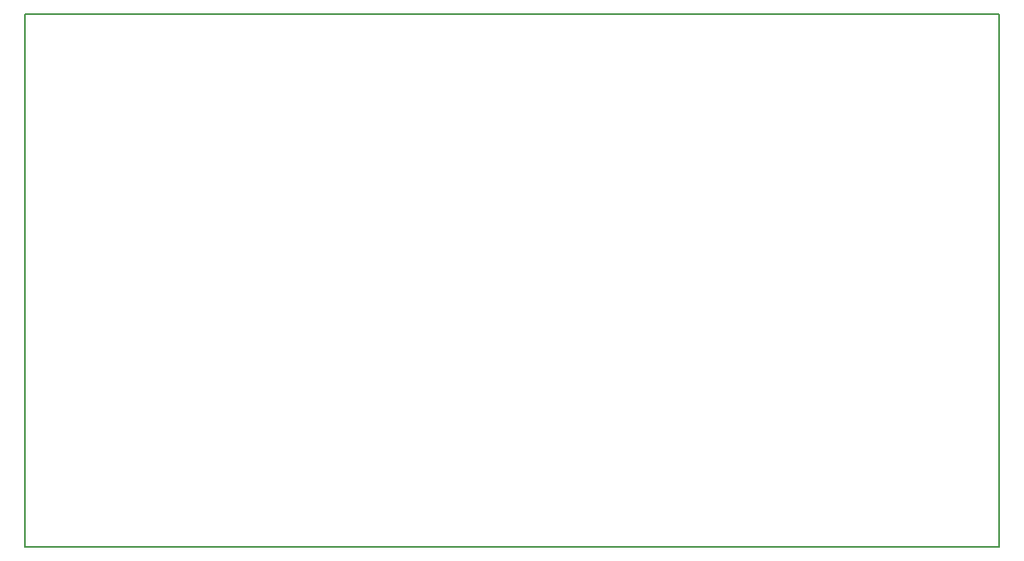
<source format=gbr>
G04 #@! TF.GenerationSoftware,KiCad,Pcbnew,5.0.2-bee76a0~70~ubuntu16.04.1*
G04 #@! TF.CreationDate,2022-01-23T08:06:22+01:00*
G04 #@! TF.ProjectId,SyncDongle,53796e63-446f-46e6-976c-652e6b696361,rev?*
G04 #@! TF.SameCoordinates,Original*
G04 #@! TF.FileFunction,Profile,NP*
%FSLAX46Y46*%
G04 Gerber Fmt 4.6, Leading zero omitted, Abs format (unit mm)*
G04 Created by KiCad (PCBNEW 5.0.2-bee76a0~70~ubuntu16.04.1) date sön 23 jan 2022 08:06:22*
%MOMM*%
%LPD*%
G01*
G04 APERTURE LIST*
%ADD10C,0.150000*%
G04 APERTURE END LIST*
D10*
X93726000Y-85344000D02*
X93726000Y-30988000D01*
X193040000Y-85344000D02*
X93726000Y-85344000D01*
X193040000Y-30988000D02*
X193040000Y-85344000D01*
X93726000Y-30988000D02*
X193040000Y-30988000D01*
M02*

</source>
